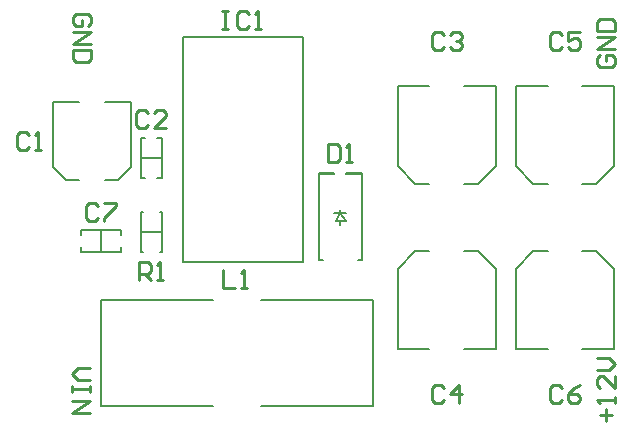
<source format=gto>
G04*
G04 #@! TF.GenerationSoftware,Altium Limited,Altium Designer,21.3.2 (30)*
G04*
G04 Layer_Color=65535*
%FSLAX25Y25*%
%MOIN*%
G70*
G04*
G04 #@! TF.SameCoordinates,64965459-EBE9-4D70-8907-B4BF54ABD007*
G04*
G04*
G04 #@! TF.FilePolarity,Positive*
G04*
G01*
G75*
%ADD10C,0.00787*%
%ADD11C,0.00591*%
%ADD12C,0.01000*%
D10*
X359252Y315177D02*
X396654D01*
Y279745D02*
Y315177D01*
X359252Y279745D02*
X396654D01*
X306103D02*
X343504D01*
X306103D02*
Y315177D01*
X343504D01*
X307480Y355118D02*
X311811D01*
X316142Y359449D01*
Y381102D01*
X307480D02*
X316142D01*
X294488Y355118D02*
X298819D01*
X290158Y359449D02*
X294488Y355118D01*
X290158Y359449D02*
Y381102D01*
X298819D01*
X333347Y327588D02*
Y402588D01*
X373346D01*
Y327588D02*
Y402588D01*
X333347Y327588D02*
X373346D01*
X404921Y298622D02*
Y325394D01*
Y298622D02*
X415551D01*
X426968D02*
X437598D01*
Y325394D01*
X410827Y331299D02*
X415551D01*
X404921Y325394D02*
X410827Y331299D01*
X431693D02*
X437598Y325394D01*
X426968Y331299D02*
X431693D01*
X476968Y359646D02*
Y386417D01*
X466339D02*
X476968D01*
X444291D02*
X454921D01*
X444291Y359646D02*
Y386417D01*
X466339Y353740D02*
X471063D01*
X476968Y359646D01*
X444291D02*
X450197Y353740D01*
X454921D01*
X444291Y298622D02*
Y325394D01*
Y298622D02*
X454921D01*
X466339D02*
X476968D01*
Y325394D01*
X450197Y331299D02*
X454921D01*
X444291Y325394D02*
X450197Y331299D01*
X471063D02*
X476968Y325394D01*
X466339Y331299D02*
X471063D01*
X437598Y359646D02*
Y386417D01*
X426968D02*
X437598D01*
X404921D02*
X415551D01*
X404921Y359646D02*
Y386417D01*
X426968Y353740D02*
X431693D01*
X437598Y359646D01*
X404921D02*
X410827Y353740D01*
X415551D01*
X385827Y340158D02*
Y341339D01*
Y344094D02*
Y344882D01*
X384252Y341339D02*
X387795D01*
X385827Y344094D02*
X387795Y341339D01*
X384252D02*
X385827Y344094D01*
X383858D02*
X387795D01*
X378740Y328346D02*
Y357480D01*
Y328346D02*
X380020D01*
X378740Y357480D02*
X383858D01*
X391634Y328346D02*
X392913D01*
X383858Y356890D02*
Y357480D01*
X378740Y356890D02*
X383858D01*
X387795D02*
X392913D01*
X387795D02*
Y357480D01*
X392913Y328346D02*
Y357480D01*
X387795D02*
X392913D01*
D11*
X319291Y362205D02*
X326378D01*
X324803Y355512D02*
X326378D01*
Y368898D01*
X324803D02*
X326378D01*
X319291D02*
X320866D01*
X319291Y355512D02*
Y368898D01*
Y355512D02*
X320866D01*
X319291Y330906D02*
X320079D01*
X319291D02*
Y344291D01*
X320079D01*
X325591Y330906D02*
X326378D01*
Y344291D01*
X325591D02*
X326378D01*
X319291Y337598D02*
X326378D01*
X306102Y331102D02*
Y338189D01*
X312795Y336614D02*
Y338189D01*
X299410D02*
X312795D01*
X299410Y336614D02*
Y338189D01*
Y331102D02*
Y332677D01*
Y331102D02*
X312795D01*
Y332677D01*
D12*
X472348Y396731D02*
X471348Y395731D01*
Y393732D01*
X472348Y392732D01*
X476347D01*
X477346Y393732D01*
Y395731D01*
X476347Y396731D01*
X474347D01*
Y394732D01*
X477346Y398730D02*
X471348D01*
X477346Y402729D01*
X471348D01*
Y404728D02*
X477346D01*
Y407727D01*
X476347Y408727D01*
X472348D01*
X471348Y407727D01*
Y404728D01*
X474347Y274622D02*
Y278621D01*
X472348Y276621D02*
X476347D01*
X477347Y280620D02*
Y282620D01*
Y281620D01*
X471348D01*
X472348Y280620D01*
X477347Y289617D02*
Y285618D01*
X473348Y289617D01*
X472348D01*
X471348Y288617D01*
Y286618D01*
X472348Y285618D01*
X471348Y291617D02*
X475347D01*
X477347Y293616D01*
X475347Y295615D01*
X471348D01*
X346789Y325046D02*
Y319048D01*
X350787D01*
X352787D02*
X354786D01*
X353786D01*
Y325046D01*
X352787Y324047D01*
X302274Y292307D02*
X298275D01*
X296276Y290308D01*
X298275Y288308D01*
X302274D01*
Y286309D02*
Y284310D01*
Y285309D01*
X296276D01*
Y286309D01*
Y284310D01*
Y281311D02*
X302274D01*
X296276Y277312D01*
X302274D01*
X301668Y406419D02*
X302667Y407418D01*
Y409418D01*
X301668Y410417D01*
X297669D01*
X296669Y409418D01*
Y407418D01*
X297669Y406419D01*
X299668D01*
Y408418D01*
X296669Y404419D02*
X302667D01*
X296669Y400421D01*
X302667D01*
Y398421D02*
X296669D01*
Y395422D01*
X297669Y394423D01*
X301668D01*
X302667Y395422D01*
Y398421D01*
X281899Y370098D02*
X280899Y371098D01*
X278900D01*
X277900Y370098D01*
Y366100D01*
X278900Y365100D01*
X280899D01*
X281899Y366100D01*
X283898Y365100D02*
X285897D01*
X284898D01*
Y371098D01*
X283898Y370098D01*
X346258Y411267D02*
X348257D01*
X347258D01*
Y405269D01*
X346258D01*
X348257D01*
X355255Y410267D02*
X354255Y411267D01*
X352256D01*
X351256Y410267D01*
Y406268D01*
X352256Y405269D01*
X354255D01*
X355255Y406268D01*
X357255Y405269D02*
X359254D01*
X358254D01*
Y411267D01*
X357255Y410267D01*
X318800Y321600D02*
Y327598D01*
X321799D01*
X322799Y326598D01*
Y324599D01*
X321799Y323599D01*
X318800D01*
X320799D02*
X322799Y321600D01*
X324798D02*
X326797D01*
X325798D01*
Y327598D01*
X324798Y326598D01*
X381800Y366898D02*
Y360900D01*
X384799D01*
X385799Y361900D01*
Y365898D01*
X384799Y366898D01*
X381800D01*
X387798Y360900D02*
X389797D01*
X388798D01*
Y366898D01*
X387798Y365898D01*
X305099Y346498D02*
X304099Y347498D01*
X302100D01*
X301100Y346498D01*
Y342500D01*
X302100Y341500D01*
X304099D01*
X305099Y342500D01*
X307098Y347498D02*
X311097D01*
Y346498D01*
X307098Y342500D01*
Y341500D01*
X459599Y285698D02*
X458599Y286698D01*
X456600D01*
X455600Y285698D01*
Y281700D01*
X456600Y280700D01*
X458599D01*
X459599Y281700D01*
X465597Y286698D02*
X463597Y285698D01*
X461598Y283699D01*
Y281700D01*
X462598Y280700D01*
X464597D01*
X465597Y281700D01*
Y282699D01*
X464597Y283699D01*
X461598D01*
X459599Y403398D02*
X458599Y404398D01*
X456600D01*
X455600Y403398D01*
Y399400D01*
X456600Y398400D01*
X458599D01*
X459599Y399400D01*
X465597Y404398D02*
X461598D01*
Y401399D01*
X463597Y402399D01*
X464597D01*
X465597Y401399D01*
Y399400D01*
X464597Y398400D01*
X462598D01*
X461598Y399400D01*
X420299Y285698D02*
X419299Y286698D01*
X417300D01*
X416300Y285698D01*
Y281700D01*
X417300Y280700D01*
X419299D01*
X420299Y281700D01*
X425297Y280700D02*
Y286698D01*
X422298Y283699D01*
X426297D01*
X420299Y403398D02*
X419299Y404398D01*
X417300D01*
X416300Y403398D01*
Y399400D01*
X417300Y398400D01*
X419299D01*
X420299Y399400D01*
X422298Y403398D02*
X423298Y404398D01*
X425297D01*
X426297Y403398D01*
Y402399D01*
X425297Y401399D01*
X424297D01*
X425297D01*
X426297Y400399D01*
Y399400D01*
X425297Y398400D01*
X423298D01*
X422298Y399400D01*
X321799Y377198D02*
X320799Y378198D01*
X318800D01*
X317800Y377198D01*
Y373200D01*
X318800Y372200D01*
X320799D01*
X321799Y373200D01*
X327797Y372200D02*
X323798D01*
X327797Y376199D01*
Y377198D01*
X326797Y378198D01*
X324798D01*
X323798Y377198D01*
M02*

</source>
